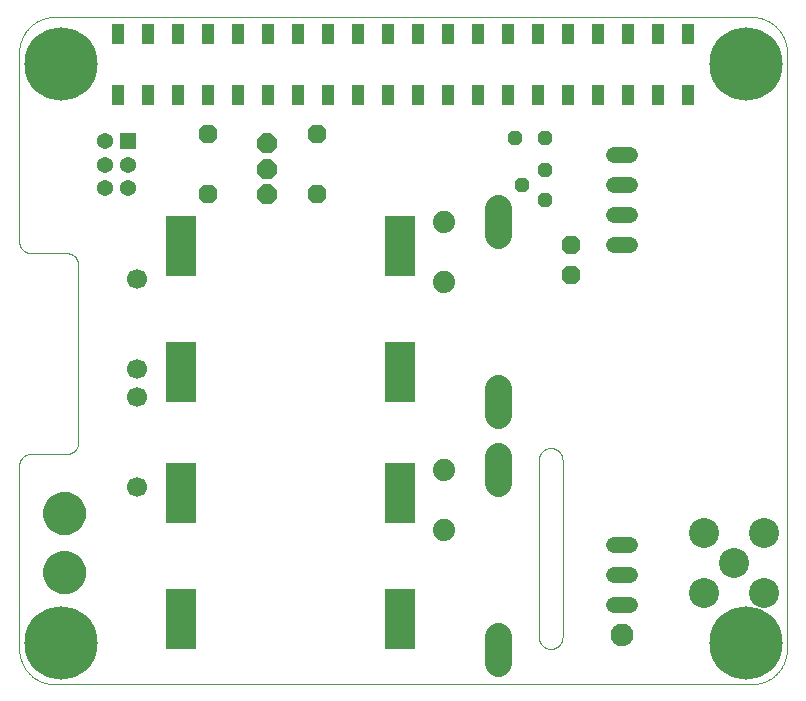
<source format=gbs>
G75*
%MOIN*%
%OFA0B0*%
%FSLAX25Y25*%
%IPPOS*%
%LPD*%
%AMOC8*
5,1,8,0,0,1.08239X$1,22.5*
%
%ADD10C,0.00000*%
%ADD11C,0.10827*%
%ADD12C,0.06299*%
%ADD13C,0.24409*%
%ADD14C,0.10000*%
%ADD15R,0.05400X0.05400*%
%ADD16C,0.05400*%
%ADD17C,0.07677*%
%ADD18C,0.08850*%
%ADD19C,0.07400*%
%ADD20OC8,0.04800*%
%ADD21R,0.09843X0.09843*%
%ADD22C,0.06693*%
%ADD23OC8,0.06300*%
%ADD24R,0.03937X0.07087*%
%ADD25C,0.05315*%
%ADD26C,0.07600*%
%ADD27OC8,0.06600*%
D10*
X0033905Y0014811D02*
X0033905Y0075835D01*
X0033907Y0075959D01*
X0033913Y0076082D01*
X0033922Y0076206D01*
X0033936Y0076328D01*
X0033953Y0076451D01*
X0033975Y0076573D01*
X0034000Y0076694D01*
X0034029Y0076814D01*
X0034061Y0076933D01*
X0034098Y0077052D01*
X0034138Y0077169D01*
X0034181Y0077284D01*
X0034229Y0077399D01*
X0034280Y0077511D01*
X0034334Y0077622D01*
X0034392Y0077732D01*
X0034453Y0077839D01*
X0034518Y0077945D01*
X0034586Y0078048D01*
X0034657Y0078149D01*
X0034731Y0078248D01*
X0034808Y0078345D01*
X0034889Y0078439D01*
X0034972Y0078530D01*
X0035058Y0078619D01*
X0035147Y0078705D01*
X0035238Y0078788D01*
X0035332Y0078869D01*
X0035429Y0078946D01*
X0035528Y0079020D01*
X0035629Y0079091D01*
X0035732Y0079159D01*
X0035838Y0079224D01*
X0035945Y0079285D01*
X0036055Y0079343D01*
X0036166Y0079397D01*
X0036278Y0079448D01*
X0036393Y0079496D01*
X0036508Y0079539D01*
X0036625Y0079579D01*
X0036744Y0079616D01*
X0036863Y0079648D01*
X0036983Y0079677D01*
X0037104Y0079702D01*
X0037226Y0079724D01*
X0037349Y0079741D01*
X0037471Y0079755D01*
X0037595Y0079764D01*
X0037718Y0079770D01*
X0037842Y0079772D01*
X0049653Y0079772D01*
X0049777Y0079774D01*
X0049900Y0079780D01*
X0050024Y0079789D01*
X0050146Y0079803D01*
X0050269Y0079820D01*
X0050391Y0079842D01*
X0050512Y0079867D01*
X0050632Y0079896D01*
X0050751Y0079928D01*
X0050870Y0079965D01*
X0050987Y0080005D01*
X0051102Y0080048D01*
X0051217Y0080096D01*
X0051329Y0080147D01*
X0051440Y0080201D01*
X0051550Y0080259D01*
X0051657Y0080320D01*
X0051763Y0080385D01*
X0051866Y0080453D01*
X0051967Y0080524D01*
X0052066Y0080598D01*
X0052163Y0080675D01*
X0052257Y0080756D01*
X0052348Y0080839D01*
X0052437Y0080925D01*
X0052523Y0081014D01*
X0052606Y0081105D01*
X0052687Y0081199D01*
X0052764Y0081296D01*
X0052838Y0081395D01*
X0052909Y0081496D01*
X0052977Y0081599D01*
X0053042Y0081705D01*
X0053103Y0081812D01*
X0053161Y0081922D01*
X0053215Y0082033D01*
X0053266Y0082145D01*
X0053314Y0082260D01*
X0053357Y0082375D01*
X0053397Y0082492D01*
X0053434Y0082611D01*
X0053466Y0082730D01*
X0053495Y0082850D01*
X0053520Y0082971D01*
X0053542Y0083093D01*
X0053559Y0083216D01*
X0053573Y0083338D01*
X0053582Y0083462D01*
X0053588Y0083585D01*
X0053590Y0083709D01*
X0053590Y0142764D01*
X0053588Y0142888D01*
X0053582Y0143011D01*
X0053573Y0143135D01*
X0053559Y0143257D01*
X0053542Y0143380D01*
X0053520Y0143502D01*
X0053495Y0143623D01*
X0053466Y0143743D01*
X0053434Y0143862D01*
X0053397Y0143981D01*
X0053357Y0144098D01*
X0053314Y0144213D01*
X0053266Y0144328D01*
X0053215Y0144440D01*
X0053161Y0144551D01*
X0053103Y0144661D01*
X0053042Y0144768D01*
X0052977Y0144874D01*
X0052909Y0144977D01*
X0052838Y0145078D01*
X0052764Y0145177D01*
X0052687Y0145274D01*
X0052606Y0145368D01*
X0052523Y0145459D01*
X0052437Y0145548D01*
X0052348Y0145634D01*
X0052257Y0145717D01*
X0052163Y0145798D01*
X0052066Y0145875D01*
X0051967Y0145949D01*
X0051866Y0146020D01*
X0051763Y0146088D01*
X0051657Y0146153D01*
X0051550Y0146214D01*
X0051440Y0146272D01*
X0051329Y0146326D01*
X0051217Y0146377D01*
X0051102Y0146425D01*
X0050987Y0146468D01*
X0050870Y0146508D01*
X0050751Y0146545D01*
X0050632Y0146577D01*
X0050512Y0146606D01*
X0050391Y0146631D01*
X0050269Y0146653D01*
X0050146Y0146670D01*
X0050024Y0146684D01*
X0049900Y0146693D01*
X0049777Y0146699D01*
X0049653Y0146701D01*
X0037842Y0146701D01*
X0037718Y0146703D01*
X0037595Y0146709D01*
X0037471Y0146718D01*
X0037349Y0146732D01*
X0037226Y0146749D01*
X0037104Y0146771D01*
X0036983Y0146796D01*
X0036863Y0146825D01*
X0036744Y0146857D01*
X0036625Y0146894D01*
X0036508Y0146934D01*
X0036393Y0146977D01*
X0036278Y0147025D01*
X0036166Y0147076D01*
X0036055Y0147130D01*
X0035945Y0147188D01*
X0035838Y0147249D01*
X0035732Y0147314D01*
X0035629Y0147382D01*
X0035528Y0147453D01*
X0035429Y0147527D01*
X0035332Y0147604D01*
X0035238Y0147685D01*
X0035147Y0147768D01*
X0035058Y0147854D01*
X0034972Y0147943D01*
X0034889Y0148034D01*
X0034808Y0148128D01*
X0034731Y0148225D01*
X0034657Y0148324D01*
X0034586Y0148425D01*
X0034518Y0148528D01*
X0034453Y0148634D01*
X0034392Y0148741D01*
X0034334Y0148851D01*
X0034280Y0148962D01*
X0034229Y0149074D01*
X0034181Y0149189D01*
X0034138Y0149304D01*
X0034098Y0149421D01*
X0034061Y0149540D01*
X0034029Y0149659D01*
X0034000Y0149779D01*
X0033975Y0149900D01*
X0033953Y0150022D01*
X0033936Y0150145D01*
X0033922Y0150267D01*
X0033913Y0150391D01*
X0033907Y0150514D01*
X0033905Y0150638D01*
X0033905Y0213630D01*
X0033908Y0213915D01*
X0033919Y0214201D01*
X0033936Y0214486D01*
X0033960Y0214770D01*
X0033991Y0215054D01*
X0034029Y0215337D01*
X0034074Y0215618D01*
X0034125Y0215899D01*
X0034183Y0216179D01*
X0034248Y0216457D01*
X0034320Y0216733D01*
X0034398Y0217007D01*
X0034483Y0217280D01*
X0034575Y0217550D01*
X0034673Y0217818D01*
X0034777Y0218084D01*
X0034888Y0218347D01*
X0035005Y0218607D01*
X0035128Y0218865D01*
X0035258Y0219119D01*
X0035394Y0219370D01*
X0035535Y0219618D01*
X0035683Y0219862D01*
X0035836Y0220103D01*
X0035996Y0220339D01*
X0036161Y0220572D01*
X0036331Y0220801D01*
X0036507Y0221026D01*
X0036689Y0221246D01*
X0036875Y0221462D01*
X0037067Y0221673D01*
X0037264Y0221880D01*
X0037466Y0222082D01*
X0037673Y0222279D01*
X0037884Y0222471D01*
X0038100Y0222657D01*
X0038320Y0222839D01*
X0038545Y0223015D01*
X0038774Y0223185D01*
X0039007Y0223350D01*
X0039243Y0223510D01*
X0039484Y0223663D01*
X0039728Y0223811D01*
X0039976Y0223952D01*
X0040227Y0224088D01*
X0040481Y0224218D01*
X0040739Y0224341D01*
X0040999Y0224458D01*
X0041262Y0224569D01*
X0041528Y0224673D01*
X0041796Y0224771D01*
X0042066Y0224863D01*
X0042339Y0224948D01*
X0042613Y0225026D01*
X0042889Y0225098D01*
X0043167Y0225163D01*
X0043447Y0225221D01*
X0043728Y0225272D01*
X0044009Y0225317D01*
X0044292Y0225355D01*
X0044576Y0225386D01*
X0044860Y0225410D01*
X0045145Y0225427D01*
X0045431Y0225438D01*
X0045716Y0225441D01*
X0278000Y0225441D01*
X0278285Y0225438D01*
X0278571Y0225427D01*
X0278856Y0225410D01*
X0279140Y0225386D01*
X0279424Y0225355D01*
X0279707Y0225317D01*
X0279988Y0225272D01*
X0280269Y0225221D01*
X0280549Y0225163D01*
X0280827Y0225098D01*
X0281103Y0225026D01*
X0281377Y0224948D01*
X0281650Y0224863D01*
X0281920Y0224771D01*
X0282188Y0224673D01*
X0282454Y0224569D01*
X0282717Y0224458D01*
X0282977Y0224341D01*
X0283235Y0224218D01*
X0283489Y0224088D01*
X0283740Y0223952D01*
X0283988Y0223811D01*
X0284232Y0223663D01*
X0284473Y0223510D01*
X0284709Y0223350D01*
X0284942Y0223185D01*
X0285171Y0223015D01*
X0285396Y0222839D01*
X0285616Y0222657D01*
X0285832Y0222471D01*
X0286043Y0222279D01*
X0286250Y0222082D01*
X0286452Y0221880D01*
X0286649Y0221673D01*
X0286841Y0221462D01*
X0287027Y0221246D01*
X0287209Y0221026D01*
X0287385Y0220801D01*
X0287555Y0220572D01*
X0287720Y0220339D01*
X0287880Y0220103D01*
X0288033Y0219862D01*
X0288181Y0219618D01*
X0288322Y0219370D01*
X0288458Y0219119D01*
X0288588Y0218865D01*
X0288711Y0218607D01*
X0288828Y0218347D01*
X0288939Y0218084D01*
X0289043Y0217818D01*
X0289141Y0217550D01*
X0289233Y0217280D01*
X0289318Y0217007D01*
X0289396Y0216733D01*
X0289468Y0216457D01*
X0289533Y0216179D01*
X0289591Y0215899D01*
X0289642Y0215618D01*
X0289687Y0215337D01*
X0289725Y0215054D01*
X0289756Y0214770D01*
X0289780Y0214486D01*
X0289797Y0214201D01*
X0289808Y0213915D01*
X0289811Y0213630D01*
X0289811Y0014811D01*
X0289808Y0014526D01*
X0289797Y0014240D01*
X0289780Y0013955D01*
X0289756Y0013671D01*
X0289725Y0013387D01*
X0289687Y0013104D01*
X0289642Y0012823D01*
X0289591Y0012542D01*
X0289533Y0012262D01*
X0289468Y0011984D01*
X0289396Y0011708D01*
X0289318Y0011434D01*
X0289233Y0011161D01*
X0289141Y0010891D01*
X0289043Y0010623D01*
X0288939Y0010357D01*
X0288828Y0010094D01*
X0288711Y0009834D01*
X0288588Y0009576D01*
X0288458Y0009322D01*
X0288322Y0009071D01*
X0288181Y0008823D01*
X0288033Y0008579D01*
X0287880Y0008338D01*
X0287720Y0008102D01*
X0287555Y0007869D01*
X0287385Y0007640D01*
X0287209Y0007415D01*
X0287027Y0007195D01*
X0286841Y0006979D01*
X0286649Y0006768D01*
X0286452Y0006561D01*
X0286250Y0006359D01*
X0286043Y0006162D01*
X0285832Y0005970D01*
X0285616Y0005784D01*
X0285396Y0005602D01*
X0285171Y0005426D01*
X0284942Y0005256D01*
X0284709Y0005091D01*
X0284473Y0004931D01*
X0284232Y0004778D01*
X0283988Y0004630D01*
X0283740Y0004489D01*
X0283489Y0004353D01*
X0283235Y0004223D01*
X0282977Y0004100D01*
X0282717Y0003983D01*
X0282454Y0003872D01*
X0282188Y0003768D01*
X0281920Y0003670D01*
X0281650Y0003578D01*
X0281377Y0003493D01*
X0281103Y0003415D01*
X0280827Y0003343D01*
X0280549Y0003278D01*
X0280269Y0003220D01*
X0279988Y0003169D01*
X0279707Y0003124D01*
X0279424Y0003086D01*
X0279140Y0003055D01*
X0278856Y0003031D01*
X0278571Y0003014D01*
X0278285Y0003003D01*
X0278000Y0003000D01*
X0045716Y0003000D01*
X0045431Y0003003D01*
X0045145Y0003014D01*
X0044860Y0003031D01*
X0044576Y0003055D01*
X0044292Y0003086D01*
X0044009Y0003124D01*
X0043728Y0003169D01*
X0043447Y0003220D01*
X0043167Y0003278D01*
X0042889Y0003343D01*
X0042613Y0003415D01*
X0042339Y0003493D01*
X0042066Y0003578D01*
X0041796Y0003670D01*
X0041528Y0003768D01*
X0041262Y0003872D01*
X0040999Y0003983D01*
X0040739Y0004100D01*
X0040481Y0004223D01*
X0040227Y0004353D01*
X0039976Y0004489D01*
X0039728Y0004630D01*
X0039484Y0004778D01*
X0039243Y0004931D01*
X0039007Y0005091D01*
X0038774Y0005256D01*
X0038545Y0005426D01*
X0038320Y0005602D01*
X0038100Y0005784D01*
X0037884Y0005970D01*
X0037673Y0006162D01*
X0037466Y0006359D01*
X0037264Y0006561D01*
X0037067Y0006768D01*
X0036875Y0006979D01*
X0036689Y0007195D01*
X0036507Y0007415D01*
X0036331Y0007640D01*
X0036161Y0007869D01*
X0035996Y0008102D01*
X0035836Y0008338D01*
X0035683Y0008579D01*
X0035535Y0008823D01*
X0035394Y0009071D01*
X0035258Y0009322D01*
X0035128Y0009576D01*
X0035005Y0009834D01*
X0034888Y0010094D01*
X0034777Y0010357D01*
X0034673Y0010623D01*
X0034575Y0010891D01*
X0034483Y0011161D01*
X0034398Y0011434D01*
X0034320Y0011708D01*
X0034248Y0011984D01*
X0034183Y0012262D01*
X0034125Y0012542D01*
X0034074Y0012823D01*
X0034029Y0013104D01*
X0033991Y0013387D01*
X0033960Y0013671D01*
X0033936Y0013955D01*
X0033919Y0014240D01*
X0033908Y0014526D01*
X0033905Y0014811D01*
X0042272Y0016780D02*
X0042274Y0016927D01*
X0042280Y0017073D01*
X0042290Y0017219D01*
X0042304Y0017365D01*
X0042322Y0017511D01*
X0042343Y0017656D01*
X0042369Y0017800D01*
X0042399Y0017944D01*
X0042432Y0018086D01*
X0042469Y0018228D01*
X0042510Y0018369D01*
X0042555Y0018508D01*
X0042604Y0018647D01*
X0042656Y0018784D01*
X0042713Y0018919D01*
X0042772Y0019053D01*
X0042836Y0019185D01*
X0042903Y0019315D01*
X0042973Y0019444D01*
X0043047Y0019571D01*
X0043124Y0019695D01*
X0043205Y0019818D01*
X0043289Y0019938D01*
X0043376Y0020056D01*
X0043466Y0020171D01*
X0043559Y0020284D01*
X0043656Y0020395D01*
X0043755Y0020503D01*
X0043857Y0020608D01*
X0043962Y0020710D01*
X0044070Y0020809D01*
X0044181Y0020906D01*
X0044294Y0020999D01*
X0044409Y0021089D01*
X0044527Y0021176D01*
X0044647Y0021260D01*
X0044770Y0021341D01*
X0044894Y0021418D01*
X0045021Y0021492D01*
X0045150Y0021562D01*
X0045280Y0021629D01*
X0045412Y0021693D01*
X0045546Y0021752D01*
X0045681Y0021809D01*
X0045818Y0021861D01*
X0045957Y0021910D01*
X0046096Y0021955D01*
X0046237Y0021996D01*
X0046379Y0022033D01*
X0046521Y0022066D01*
X0046665Y0022096D01*
X0046809Y0022122D01*
X0046954Y0022143D01*
X0047100Y0022161D01*
X0047246Y0022175D01*
X0047392Y0022185D01*
X0047538Y0022191D01*
X0047685Y0022193D01*
X0047832Y0022191D01*
X0047978Y0022185D01*
X0048124Y0022175D01*
X0048270Y0022161D01*
X0048416Y0022143D01*
X0048561Y0022122D01*
X0048705Y0022096D01*
X0048849Y0022066D01*
X0048991Y0022033D01*
X0049133Y0021996D01*
X0049274Y0021955D01*
X0049413Y0021910D01*
X0049552Y0021861D01*
X0049689Y0021809D01*
X0049824Y0021752D01*
X0049958Y0021693D01*
X0050090Y0021629D01*
X0050220Y0021562D01*
X0050349Y0021492D01*
X0050476Y0021418D01*
X0050600Y0021341D01*
X0050723Y0021260D01*
X0050843Y0021176D01*
X0050961Y0021089D01*
X0051076Y0020999D01*
X0051189Y0020906D01*
X0051300Y0020809D01*
X0051408Y0020710D01*
X0051513Y0020608D01*
X0051615Y0020503D01*
X0051714Y0020395D01*
X0051811Y0020284D01*
X0051904Y0020171D01*
X0051994Y0020056D01*
X0052081Y0019938D01*
X0052165Y0019818D01*
X0052246Y0019695D01*
X0052323Y0019571D01*
X0052397Y0019444D01*
X0052467Y0019315D01*
X0052534Y0019185D01*
X0052598Y0019053D01*
X0052657Y0018919D01*
X0052714Y0018784D01*
X0052766Y0018647D01*
X0052815Y0018508D01*
X0052860Y0018369D01*
X0052901Y0018228D01*
X0052938Y0018086D01*
X0052971Y0017944D01*
X0053001Y0017800D01*
X0053027Y0017656D01*
X0053048Y0017511D01*
X0053066Y0017365D01*
X0053080Y0017219D01*
X0053090Y0017073D01*
X0053096Y0016927D01*
X0053098Y0016780D01*
X0053096Y0016633D01*
X0053090Y0016487D01*
X0053080Y0016341D01*
X0053066Y0016195D01*
X0053048Y0016049D01*
X0053027Y0015904D01*
X0053001Y0015760D01*
X0052971Y0015616D01*
X0052938Y0015474D01*
X0052901Y0015332D01*
X0052860Y0015191D01*
X0052815Y0015052D01*
X0052766Y0014913D01*
X0052714Y0014776D01*
X0052657Y0014641D01*
X0052598Y0014507D01*
X0052534Y0014375D01*
X0052467Y0014245D01*
X0052397Y0014116D01*
X0052323Y0013989D01*
X0052246Y0013865D01*
X0052165Y0013742D01*
X0052081Y0013622D01*
X0051994Y0013504D01*
X0051904Y0013389D01*
X0051811Y0013276D01*
X0051714Y0013165D01*
X0051615Y0013057D01*
X0051513Y0012952D01*
X0051408Y0012850D01*
X0051300Y0012751D01*
X0051189Y0012654D01*
X0051076Y0012561D01*
X0050961Y0012471D01*
X0050843Y0012384D01*
X0050723Y0012300D01*
X0050600Y0012219D01*
X0050476Y0012142D01*
X0050349Y0012068D01*
X0050220Y0011998D01*
X0050090Y0011931D01*
X0049958Y0011867D01*
X0049824Y0011808D01*
X0049689Y0011751D01*
X0049552Y0011699D01*
X0049413Y0011650D01*
X0049274Y0011605D01*
X0049133Y0011564D01*
X0048991Y0011527D01*
X0048849Y0011494D01*
X0048705Y0011464D01*
X0048561Y0011438D01*
X0048416Y0011417D01*
X0048270Y0011399D01*
X0048124Y0011385D01*
X0047978Y0011375D01*
X0047832Y0011369D01*
X0047685Y0011367D01*
X0047538Y0011369D01*
X0047392Y0011375D01*
X0047246Y0011385D01*
X0047100Y0011399D01*
X0046954Y0011417D01*
X0046809Y0011438D01*
X0046665Y0011464D01*
X0046521Y0011494D01*
X0046379Y0011527D01*
X0046237Y0011564D01*
X0046096Y0011605D01*
X0045957Y0011650D01*
X0045818Y0011699D01*
X0045681Y0011751D01*
X0045546Y0011808D01*
X0045412Y0011867D01*
X0045280Y0011931D01*
X0045150Y0011998D01*
X0045021Y0012068D01*
X0044894Y0012142D01*
X0044770Y0012219D01*
X0044647Y0012300D01*
X0044527Y0012384D01*
X0044409Y0012471D01*
X0044294Y0012561D01*
X0044181Y0012654D01*
X0044070Y0012751D01*
X0043962Y0012850D01*
X0043857Y0012952D01*
X0043755Y0013057D01*
X0043656Y0013165D01*
X0043559Y0013276D01*
X0043466Y0013389D01*
X0043376Y0013504D01*
X0043289Y0013622D01*
X0043205Y0013742D01*
X0043124Y0013865D01*
X0043047Y0013989D01*
X0042973Y0014116D01*
X0042903Y0014245D01*
X0042836Y0014375D01*
X0042772Y0014507D01*
X0042713Y0014641D01*
X0042656Y0014776D01*
X0042604Y0014913D01*
X0042555Y0015052D01*
X0042510Y0015191D01*
X0042469Y0015332D01*
X0042432Y0015474D01*
X0042399Y0015616D01*
X0042369Y0015760D01*
X0042343Y0015904D01*
X0042322Y0016049D01*
X0042304Y0016195D01*
X0042290Y0016341D01*
X0042280Y0016487D01*
X0042274Y0016633D01*
X0042272Y0016780D01*
X0207134Y0018748D02*
X0207134Y0077803D01*
X0207136Y0077927D01*
X0207142Y0078050D01*
X0207151Y0078174D01*
X0207165Y0078296D01*
X0207182Y0078419D01*
X0207204Y0078541D01*
X0207229Y0078662D01*
X0207258Y0078782D01*
X0207290Y0078901D01*
X0207327Y0079020D01*
X0207367Y0079137D01*
X0207410Y0079252D01*
X0207458Y0079367D01*
X0207509Y0079479D01*
X0207563Y0079590D01*
X0207621Y0079700D01*
X0207682Y0079807D01*
X0207747Y0079913D01*
X0207815Y0080016D01*
X0207886Y0080117D01*
X0207960Y0080216D01*
X0208037Y0080313D01*
X0208118Y0080407D01*
X0208201Y0080498D01*
X0208287Y0080587D01*
X0208376Y0080673D01*
X0208467Y0080756D01*
X0208561Y0080837D01*
X0208658Y0080914D01*
X0208757Y0080988D01*
X0208858Y0081059D01*
X0208961Y0081127D01*
X0209067Y0081192D01*
X0209174Y0081253D01*
X0209284Y0081311D01*
X0209395Y0081365D01*
X0209507Y0081416D01*
X0209622Y0081464D01*
X0209737Y0081507D01*
X0209854Y0081547D01*
X0209973Y0081584D01*
X0210092Y0081616D01*
X0210212Y0081645D01*
X0210333Y0081670D01*
X0210455Y0081692D01*
X0210578Y0081709D01*
X0210700Y0081723D01*
X0210824Y0081732D01*
X0210947Y0081738D01*
X0211071Y0081740D01*
X0211195Y0081738D01*
X0211318Y0081732D01*
X0211442Y0081723D01*
X0211564Y0081709D01*
X0211687Y0081692D01*
X0211809Y0081670D01*
X0211930Y0081645D01*
X0212050Y0081616D01*
X0212169Y0081584D01*
X0212288Y0081547D01*
X0212405Y0081507D01*
X0212520Y0081464D01*
X0212635Y0081416D01*
X0212747Y0081365D01*
X0212858Y0081311D01*
X0212968Y0081253D01*
X0213075Y0081192D01*
X0213181Y0081127D01*
X0213284Y0081059D01*
X0213385Y0080988D01*
X0213484Y0080914D01*
X0213581Y0080837D01*
X0213675Y0080756D01*
X0213766Y0080673D01*
X0213855Y0080587D01*
X0213941Y0080498D01*
X0214024Y0080407D01*
X0214105Y0080313D01*
X0214182Y0080216D01*
X0214256Y0080117D01*
X0214327Y0080016D01*
X0214395Y0079913D01*
X0214460Y0079807D01*
X0214521Y0079700D01*
X0214579Y0079590D01*
X0214633Y0079479D01*
X0214684Y0079367D01*
X0214732Y0079252D01*
X0214775Y0079137D01*
X0214815Y0079020D01*
X0214852Y0078901D01*
X0214884Y0078782D01*
X0214913Y0078662D01*
X0214938Y0078541D01*
X0214960Y0078419D01*
X0214977Y0078296D01*
X0214991Y0078174D01*
X0215000Y0078050D01*
X0215006Y0077927D01*
X0215008Y0077803D01*
X0215008Y0018748D01*
X0211071Y0014811D02*
X0210947Y0014813D01*
X0210824Y0014819D01*
X0210700Y0014828D01*
X0210578Y0014842D01*
X0210455Y0014859D01*
X0210333Y0014881D01*
X0210212Y0014906D01*
X0210092Y0014935D01*
X0209973Y0014967D01*
X0209854Y0015004D01*
X0209737Y0015044D01*
X0209622Y0015087D01*
X0209507Y0015135D01*
X0209395Y0015186D01*
X0209284Y0015240D01*
X0209174Y0015298D01*
X0209067Y0015359D01*
X0208961Y0015424D01*
X0208858Y0015492D01*
X0208757Y0015563D01*
X0208658Y0015637D01*
X0208561Y0015714D01*
X0208467Y0015795D01*
X0208376Y0015878D01*
X0208287Y0015964D01*
X0208201Y0016053D01*
X0208118Y0016144D01*
X0208037Y0016238D01*
X0207960Y0016335D01*
X0207886Y0016434D01*
X0207815Y0016535D01*
X0207747Y0016638D01*
X0207682Y0016744D01*
X0207621Y0016851D01*
X0207563Y0016961D01*
X0207509Y0017072D01*
X0207458Y0017184D01*
X0207410Y0017299D01*
X0207367Y0017414D01*
X0207327Y0017531D01*
X0207290Y0017650D01*
X0207258Y0017769D01*
X0207229Y0017889D01*
X0207204Y0018010D01*
X0207182Y0018132D01*
X0207165Y0018255D01*
X0207151Y0018377D01*
X0207142Y0018501D01*
X0207136Y0018624D01*
X0207134Y0018748D01*
X0211071Y0014811D02*
X0211195Y0014813D01*
X0211318Y0014819D01*
X0211442Y0014828D01*
X0211564Y0014842D01*
X0211687Y0014859D01*
X0211809Y0014881D01*
X0211930Y0014906D01*
X0212050Y0014935D01*
X0212169Y0014967D01*
X0212288Y0015004D01*
X0212405Y0015044D01*
X0212520Y0015087D01*
X0212635Y0015135D01*
X0212747Y0015186D01*
X0212858Y0015240D01*
X0212968Y0015298D01*
X0213075Y0015359D01*
X0213181Y0015424D01*
X0213284Y0015492D01*
X0213385Y0015563D01*
X0213484Y0015637D01*
X0213581Y0015714D01*
X0213675Y0015795D01*
X0213766Y0015878D01*
X0213855Y0015964D01*
X0213941Y0016053D01*
X0214024Y0016144D01*
X0214105Y0016238D01*
X0214182Y0016335D01*
X0214256Y0016434D01*
X0214327Y0016535D01*
X0214395Y0016638D01*
X0214460Y0016744D01*
X0214521Y0016851D01*
X0214579Y0016961D01*
X0214633Y0017072D01*
X0214684Y0017184D01*
X0214732Y0017299D01*
X0214775Y0017414D01*
X0214815Y0017531D01*
X0214852Y0017650D01*
X0214884Y0017769D01*
X0214913Y0017889D01*
X0214938Y0018010D01*
X0214960Y0018132D01*
X0214977Y0018255D01*
X0214991Y0018377D01*
X0215000Y0018501D01*
X0215006Y0018624D01*
X0215008Y0018748D01*
X0270618Y0016780D02*
X0270620Y0016927D01*
X0270626Y0017073D01*
X0270636Y0017219D01*
X0270650Y0017365D01*
X0270668Y0017511D01*
X0270689Y0017656D01*
X0270715Y0017800D01*
X0270745Y0017944D01*
X0270778Y0018086D01*
X0270815Y0018228D01*
X0270856Y0018369D01*
X0270901Y0018508D01*
X0270950Y0018647D01*
X0271002Y0018784D01*
X0271059Y0018919D01*
X0271118Y0019053D01*
X0271182Y0019185D01*
X0271249Y0019315D01*
X0271319Y0019444D01*
X0271393Y0019571D01*
X0271470Y0019695D01*
X0271551Y0019818D01*
X0271635Y0019938D01*
X0271722Y0020056D01*
X0271812Y0020171D01*
X0271905Y0020284D01*
X0272002Y0020395D01*
X0272101Y0020503D01*
X0272203Y0020608D01*
X0272308Y0020710D01*
X0272416Y0020809D01*
X0272527Y0020906D01*
X0272640Y0020999D01*
X0272755Y0021089D01*
X0272873Y0021176D01*
X0272993Y0021260D01*
X0273116Y0021341D01*
X0273240Y0021418D01*
X0273367Y0021492D01*
X0273496Y0021562D01*
X0273626Y0021629D01*
X0273758Y0021693D01*
X0273892Y0021752D01*
X0274027Y0021809D01*
X0274164Y0021861D01*
X0274303Y0021910D01*
X0274442Y0021955D01*
X0274583Y0021996D01*
X0274725Y0022033D01*
X0274867Y0022066D01*
X0275011Y0022096D01*
X0275155Y0022122D01*
X0275300Y0022143D01*
X0275446Y0022161D01*
X0275592Y0022175D01*
X0275738Y0022185D01*
X0275884Y0022191D01*
X0276031Y0022193D01*
X0276178Y0022191D01*
X0276324Y0022185D01*
X0276470Y0022175D01*
X0276616Y0022161D01*
X0276762Y0022143D01*
X0276907Y0022122D01*
X0277051Y0022096D01*
X0277195Y0022066D01*
X0277337Y0022033D01*
X0277479Y0021996D01*
X0277620Y0021955D01*
X0277759Y0021910D01*
X0277898Y0021861D01*
X0278035Y0021809D01*
X0278170Y0021752D01*
X0278304Y0021693D01*
X0278436Y0021629D01*
X0278566Y0021562D01*
X0278695Y0021492D01*
X0278822Y0021418D01*
X0278946Y0021341D01*
X0279069Y0021260D01*
X0279189Y0021176D01*
X0279307Y0021089D01*
X0279422Y0020999D01*
X0279535Y0020906D01*
X0279646Y0020809D01*
X0279754Y0020710D01*
X0279859Y0020608D01*
X0279961Y0020503D01*
X0280060Y0020395D01*
X0280157Y0020284D01*
X0280250Y0020171D01*
X0280340Y0020056D01*
X0280427Y0019938D01*
X0280511Y0019818D01*
X0280592Y0019695D01*
X0280669Y0019571D01*
X0280743Y0019444D01*
X0280813Y0019315D01*
X0280880Y0019185D01*
X0280944Y0019053D01*
X0281003Y0018919D01*
X0281060Y0018784D01*
X0281112Y0018647D01*
X0281161Y0018508D01*
X0281206Y0018369D01*
X0281247Y0018228D01*
X0281284Y0018086D01*
X0281317Y0017944D01*
X0281347Y0017800D01*
X0281373Y0017656D01*
X0281394Y0017511D01*
X0281412Y0017365D01*
X0281426Y0017219D01*
X0281436Y0017073D01*
X0281442Y0016927D01*
X0281444Y0016780D01*
X0281442Y0016633D01*
X0281436Y0016487D01*
X0281426Y0016341D01*
X0281412Y0016195D01*
X0281394Y0016049D01*
X0281373Y0015904D01*
X0281347Y0015760D01*
X0281317Y0015616D01*
X0281284Y0015474D01*
X0281247Y0015332D01*
X0281206Y0015191D01*
X0281161Y0015052D01*
X0281112Y0014913D01*
X0281060Y0014776D01*
X0281003Y0014641D01*
X0280944Y0014507D01*
X0280880Y0014375D01*
X0280813Y0014245D01*
X0280743Y0014116D01*
X0280669Y0013989D01*
X0280592Y0013865D01*
X0280511Y0013742D01*
X0280427Y0013622D01*
X0280340Y0013504D01*
X0280250Y0013389D01*
X0280157Y0013276D01*
X0280060Y0013165D01*
X0279961Y0013057D01*
X0279859Y0012952D01*
X0279754Y0012850D01*
X0279646Y0012751D01*
X0279535Y0012654D01*
X0279422Y0012561D01*
X0279307Y0012471D01*
X0279189Y0012384D01*
X0279069Y0012300D01*
X0278946Y0012219D01*
X0278822Y0012142D01*
X0278695Y0012068D01*
X0278566Y0011998D01*
X0278436Y0011931D01*
X0278304Y0011867D01*
X0278170Y0011808D01*
X0278035Y0011751D01*
X0277898Y0011699D01*
X0277759Y0011650D01*
X0277620Y0011605D01*
X0277479Y0011564D01*
X0277337Y0011527D01*
X0277195Y0011494D01*
X0277051Y0011464D01*
X0276907Y0011438D01*
X0276762Y0011417D01*
X0276616Y0011399D01*
X0276470Y0011385D01*
X0276324Y0011375D01*
X0276178Y0011369D01*
X0276031Y0011367D01*
X0275884Y0011369D01*
X0275738Y0011375D01*
X0275592Y0011385D01*
X0275446Y0011399D01*
X0275300Y0011417D01*
X0275155Y0011438D01*
X0275011Y0011464D01*
X0274867Y0011494D01*
X0274725Y0011527D01*
X0274583Y0011564D01*
X0274442Y0011605D01*
X0274303Y0011650D01*
X0274164Y0011699D01*
X0274027Y0011751D01*
X0273892Y0011808D01*
X0273758Y0011867D01*
X0273626Y0011931D01*
X0273496Y0011998D01*
X0273367Y0012068D01*
X0273240Y0012142D01*
X0273116Y0012219D01*
X0272993Y0012300D01*
X0272873Y0012384D01*
X0272755Y0012471D01*
X0272640Y0012561D01*
X0272527Y0012654D01*
X0272416Y0012751D01*
X0272308Y0012850D01*
X0272203Y0012952D01*
X0272101Y0013057D01*
X0272002Y0013165D01*
X0271905Y0013276D01*
X0271812Y0013389D01*
X0271722Y0013504D01*
X0271635Y0013622D01*
X0271551Y0013742D01*
X0271470Y0013865D01*
X0271393Y0013989D01*
X0271319Y0014116D01*
X0271249Y0014245D01*
X0271182Y0014375D01*
X0271118Y0014507D01*
X0271059Y0014641D01*
X0271002Y0014776D01*
X0270950Y0014913D01*
X0270901Y0015052D01*
X0270856Y0015191D01*
X0270815Y0015332D01*
X0270778Y0015474D01*
X0270745Y0015616D01*
X0270715Y0015760D01*
X0270689Y0015904D01*
X0270668Y0016049D01*
X0270650Y0016195D01*
X0270636Y0016341D01*
X0270626Y0016487D01*
X0270620Y0016633D01*
X0270618Y0016780D01*
X0270618Y0209693D02*
X0270620Y0209840D01*
X0270626Y0209986D01*
X0270636Y0210132D01*
X0270650Y0210278D01*
X0270668Y0210424D01*
X0270689Y0210569D01*
X0270715Y0210713D01*
X0270745Y0210857D01*
X0270778Y0210999D01*
X0270815Y0211141D01*
X0270856Y0211282D01*
X0270901Y0211421D01*
X0270950Y0211560D01*
X0271002Y0211697D01*
X0271059Y0211832D01*
X0271118Y0211966D01*
X0271182Y0212098D01*
X0271249Y0212228D01*
X0271319Y0212357D01*
X0271393Y0212484D01*
X0271470Y0212608D01*
X0271551Y0212731D01*
X0271635Y0212851D01*
X0271722Y0212969D01*
X0271812Y0213084D01*
X0271905Y0213197D01*
X0272002Y0213308D01*
X0272101Y0213416D01*
X0272203Y0213521D01*
X0272308Y0213623D01*
X0272416Y0213722D01*
X0272527Y0213819D01*
X0272640Y0213912D01*
X0272755Y0214002D01*
X0272873Y0214089D01*
X0272993Y0214173D01*
X0273116Y0214254D01*
X0273240Y0214331D01*
X0273367Y0214405D01*
X0273496Y0214475D01*
X0273626Y0214542D01*
X0273758Y0214606D01*
X0273892Y0214665D01*
X0274027Y0214722D01*
X0274164Y0214774D01*
X0274303Y0214823D01*
X0274442Y0214868D01*
X0274583Y0214909D01*
X0274725Y0214946D01*
X0274867Y0214979D01*
X0275011Y0215009D01*
X0275155Y0215035D01*
X0275300Y0215056D01*
X0275446Y0215074D01*
X0275592Y0215088D01*
X0275738Y0215098D01*
X0275884Y0215104D01*
X0276031Y0215106D01*
X0276178Y0215104D01*
X0276324Y0215098D01*
X0276470Y0215088D01*
X0276616Y0215074D01*
X0276762Y0215056D01*
X0276907Y0215035D01*
X0277051Y0215009D01*
X0277195Y0214979D01*
X0277337Y0214946D01*
X0277479Y0214909D01*
X0277620Y0214868D01*
X0277759Y0214823D01*
X0277898Y0214774D01*
X0278035Y0214722D01*
X0278170Y0214665D01*
X0278304Y0214606D01*
X0278436Y0214542D01*
X0278566Y0214475D01*
X0278695Y0214405D01*
X0278822Y0214331D01*
X0278946Y0214254D01*
X0279069Y0214173D01*
X0279189Y0214089D01*
X0279307Y0214002D01*
X0279422Y0213912D01*
X0279535Y0213819D01*
X0279646Y0213722D01*
X0279754Y0213623D01*
X0279859Y0213521D01*
X0279961Y0213416D01*
X0280060Y0213308D01*
X0280157Y0213197D01*
X0280250Y0213084D01*
X0280340Y0212969D01*
X0280427Y0212851D01*
X0280511Y0212731D01*
X0280592Y0212608D01*
X0280669Y0212484D01*
X0280743Y0212357D01*
X0280813Y0212228D01*
X0280880Y0212098D01*
X0280944Y0211966D01*
X0281003Y0211832D01*
X0281060Y0211697D01*
X0281112Y0211560D01*
X0281161Y0211421D01*
X0281206Y0211282D01*
X0281247Y0211141D01*
X0281284Y0210999D01*
X0281317Y0210857D01*
X0281347Y0210713D01*
X0281373Y0210569D01*
X0281394Y0210424D01*
X0281412Y0210278D01*
X0281426Y0210132D01*
X0281436Y0209986D01*
X0281442Y0209840D01*
X0281444Y0209693D01*
X0281442Y0209546D01*
X0281436Y0209400D01*
X0281426Y0209254D01*
X0281412Y0209108D01*
X0281394Y0208962D01*
X0281373Y0208817D01*
X0281347Y0208673D01*
X0281317Y0208529D01*
X0281284Y0208387D01*
X0281247Y0208245D01*
X0281206Y0208104D01*
X0281161Y0207965D01*
X0281112Y0207826D01*
X0281060Y0207689D01*
X0281003Y0207554D01*
X0280944Y0207420D01*
X0280880Y0207288D01*
X0280813Y0207158D01*
X0280743Y0207029D01*
X0280669Y0206902D01*
X0280592Y0206778D01*
X0280511Y0206655D01*
X0280427Y0206535D01*
X0280340Y0206417D01*
X0280250Y0206302D01*
X0280157Y0206189D01*
X0280060Y0206078D01*
X0279961Y0205970D01*
X0279859Y0205865D01*
X0279754Y0205763D01*
X0279646Y0205664D01*
X0279535Y0205567D01*
X0279422Y0205474D01*
X0279307Y0205384D01*
X0279189Y0205297D01*
X0279069Y0205213D01*
X0278946Y0205132D01*
X0278822Y0205055D01*
X0278695Y0204981D01*
X0278566Y0204911D01*
X0278436Y0204844D01*
X0278304Y0204780D01*
X0278170Y0204721D01*
X0278035Y0204664D01*
X0277898Y0204612D01*
X0277759Y0204563D01*
X0277620Y0204518D01*
X0277479Y0204477D01*
X0277337Y0204440D01*
X0277195Y0204407D01*
X0277051Y0204377D01*
X0276907Y0204351D01*
X0276762Y0204330D01*
X0276616Y0204312D01*
X0276470Y0204298D01*
X0276324Y0204288D01*
X0276178Y0204282D01*
X0276031Y0204280D01*
X0275884Y0204282D01*
X0275738Y0204288D01*
X0275592Y0204298D01*
X0275446Y0204312D01*
X0275300Y0204330D01*
X0275155Y0204351D01*
X0275011Y0204377D01*
X0274867Y0204407D01*
X0274725Y0204440D01*
X0274583Y0204477D01*
X0274442Y0204518D01*
X0274303Y0204563D01*
X0274164Y0204612D01*
X0274027Y0204664D01*
X0273892Y0204721D01*
X0273758Y0204780D01*
X0273626Y0204844D01*
X0273496Y0204911D01*
X0273367Y0204981D01*
X0273240Y0205055D01*
X0273116Y0205132D01*
X0272993Y0205213D01*
X0272873Y0205297D01*
X0272755Y0205384D01*
X0272640Y0205474D01*
X0272527Y0205567D01*
X0272416Y0205664D01*
X0272308Y0205763D01*
X0272203Y0205865D01*
X0272101Y0205970D01*
X0272002Y0206078D01*
X0271905Y0206189D01*
X0271812Y0206302D01*
X0271722Y0206417D01*
X0271635Y0206535D01*
X0271551Y0206655D01*
X0271470Y0206778D01*
X0271393Y0206902D01*
X0271319Y0207029D01*
X0271249Y0207158D01*
X0271182Y0207288D01*
X0271118Y0207420D01*
X0271059Y0207554D01*
X0271002Y0207689D01*
X0270950Y0207826D01*
X0270901Y0207965D01*
X0270856Y0208104D01*
X0270815Y0208245D01*
X0270778Y0208387D01*
X0270745Y0208529D01*
X0270715Y0208673D01*
X0270689Y0208817D01*
X0270668Y0208962D01*
X0270650Y0209108D01*
X0270636Y0209254D01*
X0270626Y0209400D01*
X0270620Y0209546D01*
X0270618Y0209693D01*
X0042272Y0209693D02*
X0042274Y0209840D01*
X0042280Y0209986D01*
X0042290Y0210132D01*
X0042304Y0210278D01*
X0042322Y0210424D01*
X0042343Y0210569D01*
X0042369Y0210713D01*
X0042399Y0210857D01*
X0042432Y0210999D01*
X0042469Y0211141D01*
X0042510Y0211282D01*
X0042555Y0211421D01*
X0042604Y0211560D01*
X0042656Y0211697D01*
X0042713Y0211832D01*
X0042772Y0211966D01*
X0042836Y0212098D01*
X0042903Y0212228D01*
X0042973Y0212357D01*
X0043047Y0212484D01*
X0043124Y0212608D01*
X0043205Y0212731D01*
X0043289Y0212851D01*
X0043376Y0212969D01*
X0043466Y0213084D01*
X0043559Y0213197D01*
X0043656Y0213308D01*
X0043755Y0213416D01*
X0043857Y0213521D01*
X0043962Y0213623D01*
X0044070Y0213722D01*
X0044181Y0213819D01*
X0044294Y0213912D01*
X0044409Y0214002D01*
X0044527Y0214089D01*
X0044647Y0214173D01*
X0044770Y0214254D01*
X0044894Y0214331D01*
X0045021Y0214405D01*
X0045150Y0214475D01*
X0045280Y0214542D01*
X0045412Y0214606D01*
X0045546Y0214665D01*
X0045681Y0214722D01*
X0045818Y0214774D01*
X0045957Y0214823D01*
X0046096Y0214868D01*
X0046237Y0214909D01*
X0046379Y0214946D01*
X0046521Y0214979D01*
X0046665Y0215009D01*
X0046809Y0215035D01*
X0046954Y0215056D01*
X0047100Y0215074D01*
X0047246Y0215088D01*
X0047392Y0215098D01*
X0047538Y0215104D01*
X0047685Y0215106D01*
X0047832Y0215104D01*
X0047978Y0215098D01*
X0048124Y0215088D01*
X0048270Y0215074D01*
X0048416Y0215056D01*
X0048561Y0215035D01*
X0048705Y0215009D01*
X0048849Y0214979D01*
X0048991Y0214946D01*
X0049133Y0214909D01*
X0049274Y0214868D01*
X0049413Y0214823D01*
X0049552Y0214774D01*
X0049689Y0214722D01*
X0049824Y0214665D01*
X0049958Y0214606D01*
X0050090Y0214542D01*
X0050220Y0214475D01*
X0050349Y0214405D01*
X0050476Y0214331D01*
X0050600Y0214254D01*
X0050723Y0214173D01*
X0050843Y0214089D01*
X0050961Y0214002D01*
X0051076Y0213912D01*
X0051189Y0213819D01*
X0051300Y0213722D01*
X0051408Y0213623D01*
X0051513Y0213521D01*
X0051615Y0213416D01*
X0051714Y0213308D01*
X0051811Y0213197D01*
X0051904Y0213084D01*
X0051994Y0212969D01*
X0052081Y0212851D01*
X0052165Y0212731D01*
X0052246Y0212608D01*
X0052323Y0212484D01*
X0052397Y0212357D01*
X0052467Y0212228D01*
X0052534Y0212098D01*
X0052598Y0211966D01*
X0052657Y0211832D01*
X0052714Y0211697D01*
X0052766Y0211560D01*
X0052815Y0211421D01*
X0052860Y0211282D01*
X0052901Y0211141D01*
X0052938Y0210999D01*
X0052971Y0210857D01*
X0053001Y0210713D01*
X0053027Y0210569D01*
X0053048Y0210424D01*
X0053066Y0210278D01*
X0053080Y0210132D01*
X0053090Y0209986D01*
X0053096Y0209840D01*
X0053098Y0209693D01*
X0053096Y0209546D01*
X0053090Y0209400D01*
X0053080Y0209254D01*
X0053066Y0209108D01*
X0053048Y0208962D01*
X0053027Y0208817D01*
X0053001Y0208673D01*
X0052971Y0208529D01*
X0052938Y0208387D01*
X0052901Y0208245D01*
X0052860Y0208104D01*
X0052815Y0207965D01*
X0052766Y0207826D01*
X0052714Y0207689D01*
X0052657Y0207554D01*
X0052598Y0207420D01*
X0052534Y0207288D01*
X0052467Y0207158D01*
X0052397Y0207029D01*
X0052323Y0206902D01*
X0052246Y0206778D01*
X0052165Y0206655D01*
X0052081Y0206535D01*
X0051994Y0206417D01*
X0051904Y0206302D01*
X0051811Y0206189D01*
X0051714Y0206078D01*
X0051615Y0205970D01*
X0051513Y0205865D01*
X0051408Y0205763D01*
X0051300Y0205664D01*
X0051189Y0205567D01*
X0051076Y0205474D01*
X0050961Y0205384D01*
X0050843Y0205297D01*
X0050723Y0205213D01*
X0050600Y0205132D01*
X0050476Y0205055D01*
X0050349Y0204981D01*
X0050220Y0204911D01*
X0050090Y0204844D01*
X0049958Y0204780D01*
X0049824Y0204721D01*
X0049689Y0204664D01*
X0049552Y0204612D01*
X0049413Y0204563D01*
X0049274Y0204518D01*
X0049133Y0204477D01*
X0048991Y0204440D01*
X0048849Y0204407D01*
X0048705Y0204377D01*
X0048561Y0204351D01*
X0048416Y0204330D01*
X0048270Y0204312D01*
X0048124Y0204298D01*
X0047978Y0204288D01*
X0047832Y0204282D01*
X0047685Y0204280D01*
X0047538Y0204282D01*
X0047392Y0204288D01*
X0047246Y0204298D01*
X0047100Y0204312D01*
X0046954Y0204330D01*
X0046809Y0204351D01*
X0046665Y0204377D01*
X0046521Y0204407D01*
X0046379Y0204440D01*
X0046237Y0204477D01*
X0046096Y0204518D01*
X0045957Y0204563D01*
X0045818Y0204612D01*
X0045681Y0204664D01*
X0045546Y0204721D01*
X0045412Y0204780D01*
X0045280Y0204844D01*
X0045150Y0204911D01*
X0045021Y0204981D01*
X0044894Y0205055D01*
X0044770Y0205132D01*
X0044647Y0205213D01*
X0044527Y0205297D01*
X0044409Y0205384D01*
X0044294Y0205474D01*
X0044181Y0205567D01*
X0044070Y0205664D01*
X0043962Y0205763D01*
X0043857Y0205865D01*
X0043755Y0205970D01*
X0043656Y0206078D01*
X0043559Y0206189D01*
X0043466Y0206302D01*
X0043376Y0206417D01*
X0043289Y0206535D01*
X0043205Y0206655D01*
X0043124Y0206778D01*
X0043047Y0206902D01*
X0042973Y0207029D01*
X0042903Y0207158D01*
X0042836Y0207288D01*
X0042772Y0207420D01*
X0042713Y0207554D01*
X0042656Y0207689D01*
X0042604Y0207826D01*
X0042555Y0207965D01*
X0042510Y0208104D01*
X0042469Y0208245D01*
X0042432Y0208387D01*
X0042399Y0208529D01*
X0042369Y0208673D01*
X0042343Y0208817D01*
X0042322Y0208962D01*
X0042304Y0209108D01*
X0042290Y0209254D01*
X0042280Y0209400D01*
X0042274Y0209546D01*
X0042272Y0209693D01*
D11*
X0047685Y0209693D03*
X0276031Y0209693D03*
X0276031Y0016780D03*
X0047685Y0016780D03*
D12*
X0044929Y0040402D02*
X0044931Y0040527D01*
X0044937Y0040652D01*
X0044947Y0040776D01*
X0044961Y0040900D01*
X0044978Y0041024D01*
X0045000Y0041147D01*
X0045026Y0041269D01*
X0045055Y0041391D01*
X0045088Y0041511D01*
X0045126Y0041630D01*
X0045166Y0041749D01*
X0045211Y0041865D01*
X0045259Y0041980D01*
X0045311Y0042094D01*
X0045367Y0042206D01*
X0045426Y0042316D01*
X0045488Y0042424D01*
X0045554Y0042531D01*
X0045623Y0042635D01*
X0045696Y0042736D01*
X0045771Y0042836D01*
X0045850Y0042933D01*
X0045932Y0043027D01*
X0046017Y0043119D01*
X0046104Y0043208D01*
X0046195Y0043294D01*
X0046288Y0043377D01*
X0046384Y0043458D01*
X0046482Y0043535D01*
X0046582Y0043609D01*
X0046685Y0043680D01*
X0046790Y0043747D01*
X0046898Y0043812D01*
X0047007Y0043872D01*
X0047118Y0043930D01*
X0047231Y0043983D01*
X0047345Y0044033D01*
X0047461Y0044080D01*
X0047578Y0044122D01*
X0047697Y0044161D01*
X0047817Y0044197D01*
X0047938Y0044228D01*
X0048060Y0044256D01*
X0048182Y0044279D01*
X0048306Y0044299D01*
X0048430Y0044315D01*
X0048554Y0044327D01*
X0048679Y0044335D01*
X0048804Y0044339D01*
X0048928Y0044339D01*
X0049053Y0044335D01*
X0049178Y0044327D01*
X0049302Y0044315D01*
X0049426Y0044299D01*
X0049550Y0044279D01*
X0049672Y0044256D01*
X0049794Y0044228D01*
X0049915Y0044197D01*
X0050035Y0044161D01*
X0050154Y0044122D01*
X0050271Y0044080D01*
X0050387Y0044033D01*
X0050501Y0043983D01*
X0050614Y0043930D01*
X0050725Y0043872D01*
X0050835Y0043812D01*
X0050942Y0043747D01*
X0051047Y0043680D01*
X0051150Y0043609D01*
X0051250Y0043535D01*
X0051348Y0043458D01*
X0051444Y0043377D01*
X0051537Y0043294D01*
X0051628Y0043208D01*
X0051715Y0043119D01*
X0051800Y0043027D01*
X0051882Y0042933D01*
X0051961Y0042836D01*
X0052036Y0042736D01*
X0052109Y0042635D01*
X0052178Y0042531D01*
X0052244Y0042424D01*
X0052306Y0042316D01*
X0052365Y0042206D01*
X0052421Y0042094D01*
X0052473Y0041980D01*
X0052521Y0041865D01*
X0052566Y0041749D01*
X0052606Y0041630D01*
X0052644Y0041511D01*
X0052677Y0041391D01*
X0052706Y0041269D01*
X0052732Y0041147D01*
X0052754Y0041024D01*
X0052771Y0040900D01*
X0052785Y0040776D01*
X0052795Y0040652D01*
X0052801Y0040527D01*
X0052803Y0040402D01*
X0052801Y0040277D01*
X0052795Y0040152D01*
X0052785Y0040028D01*
X0052771Y0039904D01*
X0052754Y0039780D01*
X0052732Y0039657D01*
X0052706Y0039535D01*
X0052677Y0039413D01*
X0052644Y0039293D01*
X0052606Y0039174D01*
X0052566Y0039055D01*
X0052521Y0038939D01*
X0052473Y0038824D01*
X0052421Y0038710D01*
X0052365Y0038598D01*
X0052306Y0038488D01*
X0052244Y0038380D01*
X0052178Y0038273D01*
X0052109Y0038169D01*
X0052036Y0038068D01*
X0051961Y0037968D01*
X0051882Y0037871D01*
X0051800Y0037777D01*
X0051715Y0037685D01*
X0051628Y0037596D01*
X0051537Y0037510D01*
X0051444Y0037427D01*
X0051348Y0037346D01*
X0051250Y0037269D01*
X0051150Y0037195D01*
X0051047Y0037124D01*
X0050942Y0037057D01*
X0050834Y0036992D01*
X0050725Y0036932D01*
X0050614Y0036874D01*
X0050501Y0036821D01*
X0050387Y0036771D01*
X0050271Y0036724D01*
X0050154Y0036682D01*
X0050035Y0036643D01*
X0049915Y0036607D01*
X0049794Y0036576D01*
X0049672Y0036548D01*
X0049550Y0036525D01*
X0049426Y0036505D01*
X0049302Y0036489D01*
X0049178Y0036477D01*
X0049053Y0036469D01*
X0048928Y0036465D01*
X0048804Y0036465D01*
X0048679Y0036469D01*
X0048554Y0036477D01*
X0048430Y0036489D01*
X0048306Y0036505D01*
X0048182Y0036525D01*
X0048060Y0036548D01*
X0047938Y0036576D01*
X0047817Y0036607D01*
X0047697Y0036643D01*
X0047578Y0036682D01*
X0047461Y0036724D01*
X0047345Y0036771D01*
X0047231Y0036821D01*
X0047118Y0036874D01*
X0047007Y0036932D01*
X0046897Y0036992D01*
X0046790Y0037057D01*
X0046685Y0037124D01*
X0046582Y0037195D01*
X0046482Y0037269D01*
X0046384Y0037346D01*
X0046288Y0037427D01*
X0046195Y0037510D01*
X0046104Y0037596D01*
X0046017Y0037685D01*
X0045932Y0037777D01*
X0045850Y0037871D01*
X0045771Y0037968D01*
X0045696Y0038068D01*
X0045623Y0038169D01*
X0045554Y0038273D01*
X0045488Y0038380D01*
X0045426Y0038488D01*
X0045367Y0038598D01*
X0045311Y0038710D01*
X0045259Y0038824D01*
X0045211Y0038939D01*
X0045166Y0039055D01*
X0045126Y0039174D01*
X0045088Y0039293D01*
X0045055Y0039413D01*
X0045026Y0039535D01*
X0045000Y0039657D01*
X0044978Y0039780D01*
X0044961Y0039904D01*
X0044947Y0040028D01*
X0044937Y0040152D01*
X0044931Y0040277D01*
X0044929Y0040402D01*
X0044929Y0060087D02*
X0044931Y0060212D01*
X0044937Y0060337D01*
X0044947Y0060461D01*
X0044961Y0060585D01*
X0044978Y0060709D01*
X0045000Y0060832D01*
X0045026Y0060954D01*
X0045055Y0061076D01*
X0045088Y0061196D01*
X0045126Y0061315D01*
X0045166Y0061434D01*
X0045211Y0061550D01*
X0045259Y0061665D01*
X0045311Y0061779D01*
X0045367Y0061891D01*
X0045426Y0062001D01*
X0045488Y0062109D01*
X0045554Y0062216D01*
X0045623Y0062320D01*
X0045696Y0062421D01*
X0045771Y0062521D01*
X0045850Y0062618D01*
X0045932Y0062712D01*
X0046017Y0062804D01*
X0046104Y0062893D01*
X0046195Y0062979D01*
X0046288Y0063062D01*
X0046384Y0063143D01*
X0046482Y0063220D01*
X0046582Y0063294D01*
X0046685Y0063365D01*
X0046790Y0063432D01*
X0046898Y0063497D01*
X0047007Y0063557D01*
X0047118Y0063615D01*
X0047231Y0063668D01*
X0047345Y0063718D01*
X0047461Y0063765D01*
X0047578Y0063807D01*
X0047697Y0063846D01*
X0047817Y0063882D01*
X0047938Y0063913D01*
X0048060Y0063941D01*
X0048182Y0063964D01*
X0048306Y0063984D01*
X0048430Y0064000D01*
X0048554Y0064012D01*
X0048679Y0064020D01*
X0048804Y0064024D01*
X0048928Y0064024D01*
X0049053Y0064020D01*
X0049178Y0064012D01*
X0049302Y0064000D01*
X0049426Y0063984D01*
X0049550Y0063964D01*
X0049672Y0063941D01*
X0049794Y0063913D01*
X0049915Y0063882D01*
X0050035Y0063846D01*
X0050154Y0063807D01*
X0050271Y0063765D01*
X0050387Y0063718D01*
X0050501Y0063668D01*
X0050614Y0063615D01*
X0050725Y0063557D01*
X0050835Y0063497D01*
X0050942Y0063432D01*
X0051047Y0063365D01*
X0051150Y0063294D01*
X0051250Y0063220D01*
X0051348Y0063143D01*
X0051444Y0063062D01*
X0051537Y0062979D01*
X0051628Y0062893D01*
X0051715Y0062804D01*
X0051800Y0062712D01*
X0051882Y0062618D01*
X0051961Y0062521D01*
X0052036Y0062421D01*
X0052109Y0062320D01*
X0052178Y0062216D01*
X0052244Y0062109D01*
X0052306Y0062001D01*
X0052365Y0061891D01*
X0052421Y0061779D01*
X0052473Y0061665D01*
X0052521Y0061550D01*
X0052566Y0061434D01*
X0052606Y0061315D01*
X0052644Y0061196D01*
X0052677Y0061076D01*
X0052706Y0060954D01*
X0052732Y0060832D01*
X0052754Y0060709D01*
X0052771Y0060585D01*
X0052785Y0060461D01*
X0052795Y0060337D01*
X0052801Y0060212D01*
X0052803Y0060087D01*
X0052801Y0059962D01*
X0052795Y0059837D01*
X0052785Y0059713D01*
X0052771Y0059589D01*
X0052754Y0059465D01*
X0052732Y0059342D01*
X0052706Y0059220D01*
X0052677Y0059098D01*
X0052644Y0058978D01*
X0052606Y0058859D01*
X0052566Y0058740D01*
X0052521Y0058624D01*
X0052473Y0058509D01*
X0052421Y0058395D01*
X0052365Y0058283D01*
X0052306Y0058173D01*
X0052244Y0058065D01*
X0052178Y0057958D01*
X0052109Y0057854D01*
X0052036Y0057753D01*
X0051961Y0057653D01*
X0051882Y0057556D01*
X0051800Y0057462D01*
X0051715Y0057370D01*
X0051628Y0057281D01*
X0051537Y0057195D01*
X0051444Y0057112D01*
X0051348Y0057031D01*
X0051250Y0056954D01*
X0051150Y0056880D01*
X0051047Y0056809D01*
X0050942Y0056742D01*
X0050834Y0056677D01*
X0050725Y0056617D01*
X0050614Y0056559D01*
X0050501Y0056506D01*
X0050387Y0056456D01*
X0050271Y0056409D01*
X0050154Y0056367D01*
X0050035Y0056328D01*
X0049915Y0056292D01*
X0049794Y0056261D01*
X0049672Y0056233D01*
X0049550Y0056210D01*
X0049426Y0056190D01*
X0049302Y0056174D01*
X0049178Y0056162D01*
X0049053Y0056154D01*
X0048928Y0056150D01*
X0048804Y0056150D01*
X0048679Y0056154D01*
X0048554Y0056162D01*
X0048430Y0056174D01*
X0048306Y0056190D01*
X0048182Y0056210D01*
X0048060Y0056233D01*
X0047938Y0056261D01*
X0047817Y0056292D01*
X0047697Y0056328D01*
X0047578Y0056367D01*
X0047461Y0056409D01*
X0047345Y0056456D01*
X0047231Y0056506D01*
X0047118Y0056559D01*
X0047007Y0056617D01*
X0046897Y0056677D01*
X0046790Y0056742D01*
X0046685Y0056809D01*
X0046582Y0056880D01*
X0046482Y0056954D01*
X0046384Y0057031D01*
X0046288Y0057112D01*
X0046195Y0057195D01*
X0046104Y0057281D01*
X0046017Y0057370D01*
X0045932Y0057462D01*
X0045850Y0057556D01*
X0045771Y0057653D01*
X0045696Y0057753D01*
X0045623Y0057854D01*
X0045554Y0057958D01*
X0045488Y0058065D01*
X0045426Y0058173D01*
X0045367Y0058283D01*
X0045311Y0058395D01*
X0045259Y0058509D01*
X0045211Y0058624D01*
X0045166Y0058740D01*
X0045126Y0058859D01*
X0045088Y0058978D01*
X0045055Y0059098D01*
X0045026Y0059220D01*
X0045000Y0059342D01*
X0044978Y0059465D01*
X0044961Y0059589D01*
X0044947Y0059713D01*
X0044937Y0059837D01*
X0044931Y0059962D01*
X0044929Y0060087D01*
D13*
X0047685Y0016780D03*
X0276031Y0016780D03*
X0276031Y0209693D03*
X0047685Y0209693D03*
D14*
X0262094Y0053354D03*
X0272094Y0043354D03*
X0262094Y0033354D03*
X0282094Y0033354D03*
X0282094Y0053354D03*
D15*
X0070323Y0184102D03*
D16*
X0070323Y0176228D03*
X0070323Y0168354D03*
X0062449Y0168354D03*
X0062449Y0176228D03*
X0062449Y0184102D03*
D17*
X0048866Y0060087D03*
X0048866Y0040402D03*
D18*
X0193354Y0018960D02*
X0193354Y0010110D01*
X0193354Y0070110D02*
X0193354Y0078960D01*
X0193354Y0092788D02*
X0193354Y0101638D01*
X0193354Y0152788D02*
X0193354Y0161638D01*
D19*
X0175441Y0157213D03*
X0175441Y0137213D03*
X0175441Y0074457D03*
X0175441Y0054457D03*
D20*
X0209102Y0164339D03*
X0201602Y0169339D03*
X0209102Y0174339D03*
X0209181Y0185087D03*
X0199181Y0185087D03*
D21*
X0160956Y0154000D03*
X0160956Y0144000D03*
X0160956Y0112000D03*
X0160956Y0102000D03*
X0160956Y0071717D03*
X0160956Y0061717D03*
X0160956Y0029717D03*
X0160956Y0019717D03*
X0087956Y0019717D03*
X0087956Y0029717D03*
X0087956Y0061717D03*
X0087956Y0071717D03*
X0087956Y0102000D03*
X0087956Y0112000D03*
X0087956Y0144000D03*
X0087956Y0154000D03*
D22*
X0073275Y0138079D03*
X0073275Y0108079D03*
X0073275Y0098709D03*
X0073275Y0068709D03*
D23*
X0096897Y0166504D03*
X0096897Y0186504D03*
X0133315Y0186504D03*
X0133315Y0166504D03*
X0217960Y0149339D03*
X0217960Y0139339D03*
D24*
X0216858Y0199457D03*
X0226858Y0199457D03*
X0236858Y0199457D03*
X0246858Y0199457D03*
X0256858Y0199457D03*
X0256858Y0219929D03*
X0246858Y0219929D03*
X0236858Y0219929D03*
X0226858Y0219929D03*
X0216858Y0219929D03*
X0206858Y0219929D03*
X0196858Y0219929D03*
X0186858Y0219929D03*
X0176858Y0219929D03*
X0166858Y0219929D03*
X0156858Y0219929D03*
X0146858Y0219929D03*
X0136858Y0219929D03*
X0126858Y0219929D03*
X0116858Y0219929D03*
X0106858Y0219929D03*
X0096858Y0219929D03*
X0086858Y0219929D03*
X0076858Y0219929D03*
X0066858Y0219929D03*
X0066858Y0199457D03*
X0076858Y0199457D03*
X0086858Y0199457D03*
X0096858Y0199457D03*
X0106858Y0199457D03*
X0116858Y0199457D03*
X0126858Y0199457D03*
X0136858Y0199457D03*
X0146858Y0199457D03*
X0156858Y0199457D03*
X0166858Y0199457D03*
X0176858Y0199457D03*
X0186858Y0199457D03*
X0196858Y0199457D03*
X0206858Y0199457D03*
D25*
X0232035Y0179457D02*
X0237350Y0179457D01*
X0237350Y0169457D02*
X0232035Y0169457D01*
X0232035Y0159457D02*
X0237350Y0159457D01*
X0237350Y0149457D02*
X0232035Y0149457D01*
X0232035Y0049457D02*
X0237350Y0049457D01*
X0237350Y0039457D02*
X0232035Y0039457D01*
X0232035Y0029457D02*
X0237350Y0029457D01*
D26*
X0234693Y0019457D03*
D27*
X0116386Y0166272D03*
X0116386Y0174772D03*
X0116386Y0183272D03*
M02*

</source>
